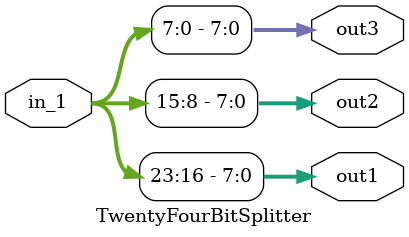
<source format=sv>
module TwentyFourBitSplitter(
	input wire [23:0] in_1,
	output wire [7:0] out1,
	output wire [7:0] out2,
	output wire [7:0] out3);
	
	assign out1 = in_1[23:16];
	assign	out2 = in_1[15:8];
	assign out3 = in_1[7:0];

endmodule


</source>
